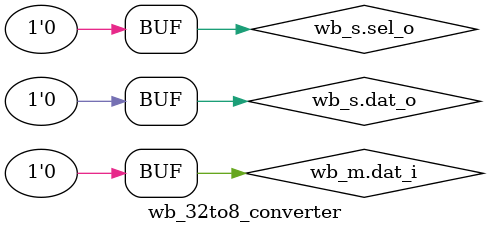
<source format=sv>
module wb_32to8_converter (
    wb_if.master32 wb_m,  // 32-bit master interface
    wb_if.slave8   wb_s   // 8-bit slave interface
);

    // ---- ADDRESS AND CONTROL SIGNALS ----
    assign wb_s.adr_o = wb_m.adr_o;  // Address passes through
    assign wb_s.we_o  = wb_m.we_o;
    assign wb_s.cyc_o = wb_m.cyc_o;
    assign wb_s.stb_o = wb_m.stb_o && (|wb_m.sel_o);  // Strobe only if any sel active

    // ---- BYTE SELECTION LOGIC ----
    // 8-bit device uses single bit select based on address[1:0]
    always_comb begin
        wb_s.sel_o = 1'b0;
        case (wb_m.adr_o[1:0])
            2'b00: wb_s.sel_o = wb_m.sel_o[0];  // Byte 0
            2'b01: wb_s.sel_o = wb_m.sel_o[1];  // Byte 1
            2'b10: wb_s.sel_o = wb_m.sel_o[2];  // Byte 2
            2'b11: wb_s.sel_o = wb_m.sel_o[3];  // Byte 3
        endcase
    end

    // ---- DATA WRITE PATH (32-bit → 8-bit) ----
    // Select appropriate byte from 32-bit data
    always_comb begin
        wb_s.dat_o = 8'b0;
        case (wb_m.adr_o[1:0])
            2'b00: wb_s.dat_o = wb_m.dat_o[7:0];   // Byte 0
            2'b01: wb_s.dat_o = wb_m.dat_o[15:8];  // Byte 1
            2'b10: wb_s.dat_o = wb_m.dat_o[23:16]; // Byte 2
            2'b11: wb_s.dat_o = wb_m.dat_o[31:24]; // Byte 3
        endcase
    end

    // ---- DATA READ PATH (8-bit → 32-bit) ----
    // Place 8-bit data in correct byte lane of 32-bit bus
    always_comb begin
        wb_m.dat_i = 32'b0;
        case (wb_m.adr_o[1:0])
            2'b00: wb_m.dat_i = {24'b0, wb_s.dat_i};        // Byte 0
            2'b01: wb_m.dat_i = {16'b0, wb_s.dat_i, 8'b0};  // Byte 1
            2'b10: wb_m.dat_i = {8'b0, wb_s.dat_i, 16'b0};  // Byte 2
            2'b11: wb_m.dat_i = {wb_s.dat_i, 24'b0};        // Byte 3
        endcase
    end

    // ---- RESPONSE SIGNALS ----
    assign wb_m.ack_i = wb_s.ack_i;
    assign wb_m.err_i = wb_s.err_i;
    assign wb_m.rty_i = wb_s.rty_i;

endmodule

</source>
